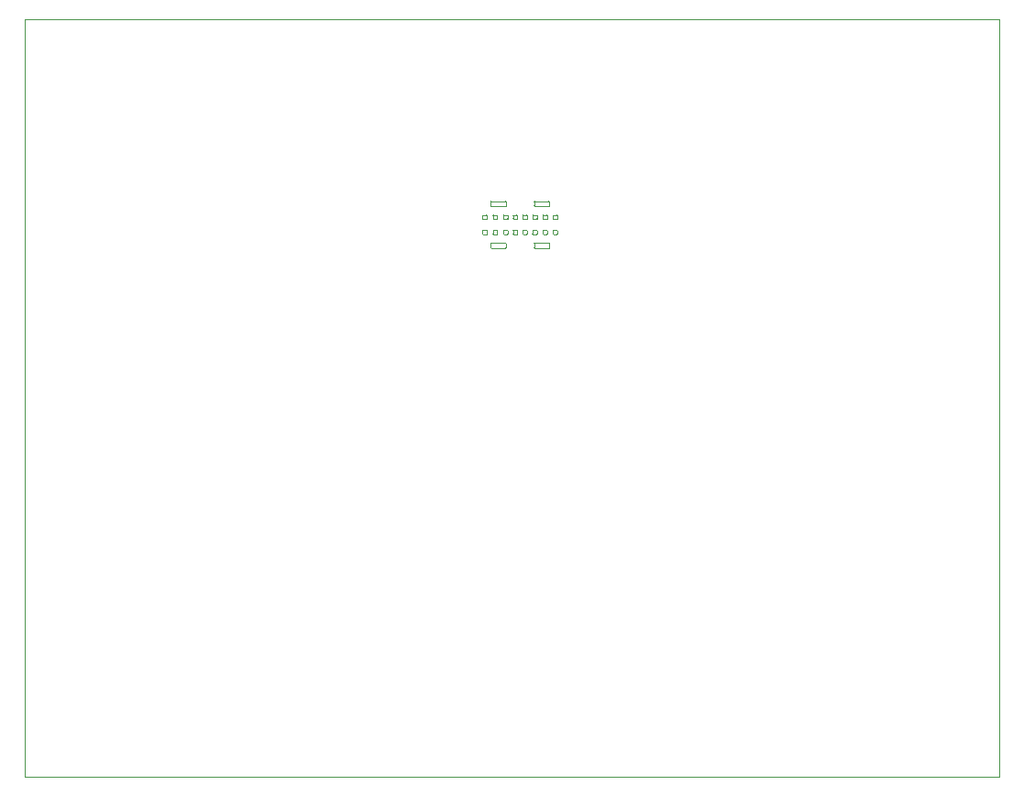
<source format=gbr>
%TF.GenerationSoftware,KiCad,Pcbnew,9.0.0*%
%TF.CreationDate,2025-03-22T00:06:51+01:00*%
%TF.ProjectId,steering_wheel_unit,73746565-7269-46e6-975f-776865656c5f,rev?*%
%TF.SameCoordinates,Original*%
%TF.FileFunction,Profile,NP*%
%FSLAX46Y46*%
G04 Gerber Fmt 4.6, Leading zero omitted, Abs format (unit mm)*
G04 Created by KiCad (PCBNEW 9.0.0) date 2025-03-22 00:06:51*
%MOMM*%
%LPD*%
G01*
G04 APERTURE LIST*
%TA.AperFunction,Profile*%
%ADD10C,0.050000*%
%TD*%
%TA.AperFunction,Profile*%
%ADD11C,0.010000*%
%TD*%
G04 APERTURE END LIST*
D10*
X141850000Y-76600000D02*
X231850000Y-76600000D01*
X231850000Y-146600000D01*
X141850000Y-146600000D01*
X141850000Y-76600000D01*
D11*
%TO.C,J2*%
X184150000Y-94720000D02*
X184150000Y-95020000D01*
X184150000Y-96120000D02*
X184150000Y-96420000D01*
X184200000Y-95070000D02*
X184500000Y-95070000D01*
X184200000Y-96470000D02*
X184500000Y-96470000D01*
X184500000Y-94670000D02*
X184200000Y-94670000D01*
X184500000Y-96070000D02*
X184200000Y-96070000D01*
X184550000Y-95020000D02*
X184550000Y-94720000D01*
X184550000Y-96420000D02*
X184550000Y-96120000D01*
X184900000Y-93840000D02*
X184900000Y-93440000D01*
X184900000Y-97700000D02*
X184900000Y-97300000D01*
X184950000Y-93390000D02*
X186250000Y-93390000D01*
X184950000Y-97250000D02*
X186250000Y-97250000D01*
X185100000Y-94720000D02*
X185100000Y-95020000D01*
X185100000Y-96420000D02*
X185100000Y-96120000D01*
X185150000Y-95070000D02*
X185450000Y-95070000D01*
X185150000Y-96070000D02*
X185450000Y-96070000D01*
X185450000Y-94670000D02*
X185150000Y-94670000D01*
X185450000Y-96470000D02*
X185150000Y-96470000D01*
X185500000Y-95020000D02*
X185500000Y-94720000D01*
X185500000Y-96120000D02*
X185500000Y-96420000D01*
X186050000Y-94720000D02*
X186050000Y-95020000D01*
X186050000Y-96420000D02*
X186050000Y-96120000D01*
X186100000Y-95070000D02*
X186400000Y-95070000D01*
X186100000Y-96070000D02*
X186400000Y-96070000D01*
X186250000Y-93890000D02*
X184950000Y-93890000D01*
X186250000Y-97750000D02*
X184950000Y-97750000D01*
X186300000Y-93440000D02*
X186300000Y-93840000D01*
X186300000Y-97300000D02*
X186300000Y-97700000D01*
X186400000Y-94670000D02*
X186100000Y-94670000D01*
X186400000Y-96470000D02*
X186100000Y-96470000D01*
X186450000Y-95020000D02*
X186450000Y-94720000D01*
X186450000Y-96120000D02*
X186450000Y-96420000D01*
X186950000Y-95020000D02*
X186950000Y-94720000D01*
X186950000Y-96120000D02*
X186950000Y-96420000D01*
X187000000Y-94670000D02*
X187300000Y-94670000D01*
X187000000Y-96470000D02*
X187300000Y-96470000D01*
X187300000Y-95070000D02*
X187000000Y-95070000D01*
X187300000Y-96070000D02*
X187000000Y-96070000D01*
X187350000Y-94720000D02*
X187350000Y-95020000D01*
X187350000Y-96420000D02*
X187350000Y-96120000D01*
X187850000Y-94720000D02*
X187850000Y-95020000D01*
X187850000Y-96120000D02*
X187850000Y-96420000D01*
X187900000Y-95070000D02*
X188200000Y-95070000D01*
X187900000Y-96470000D02*
X188200000Y-96470000D01*
X188200000Y-94670000D02*
X187900000Y-94670000D01*
X188200000Y-96070000D02*
X187900000Y-96070000D01*
X188250000Y-95020000D02*
X188250000Y-94720000D01*
X188250000Y-96420000D02*
X188250000Y-96120000D01*
X188750000Y-95020000D02*
X188750000Y-94720000D01*
X188750000Y-96420000D02*
X188750000Y-96120000D01*
X188800000Y-94670000D02*
X189100000Y-94670000D01*
X188800000Y-96070000D02*
X189100000Y-96070000D01*
X188900000Y-93440000D02*
X188900000Y-93840000D01*
X188900000Y-97300000D02*
X188900000Y-97700000D01*
X188950000Y-93890000D02*
X190250000Y-93890000D01*
X188950000Y-97750000D02*
X190250000Y-97750000D01*
X189100000Y-95070000D02*
X188800000Y-95070000D01*
X189100000Y-96470000D02*
X188800000Y-96470000D01*
X189150000Y-94720000D02*
X189150000Y-95020000D01*
X189150000Y-96120000D02*
X189150000Y-96420000D01*
X189700000Y-94720000D02*
X189700000Y-95020000D01*
X189700000Y-96120000D02*
X189700000Y-96420000D01*
X189750000Y-95070000D02*
X190050000Y-95070000D01*
X189750000Y-96470000D02*
X190050000Y-96470000D01*
X190050000Y-94670000D02*
X189750000Y-94670000D01*
X190050000Y-96070000D02*
X189750000Y-96070000D01*
X190100000Y-95020000D02*
X190100000Y-94720000D01*
X190100000Y-96420000D02*
X190100000Y-96120000D01*
X190250000Y-93390000D02*
X188950000Y-93390000D01*
X190250000Y-97250000D02*
X188950000Y-97250000D01*
X190300000Y-93840000D02*
X190300000Y-93440000D01*
X190300000Y-97700000D02*
X190300000Y-97300000D01*
X190650000Y-94720000D02*
X190650000Y-95020000D01*
X190650000Y-96120000D02*
X190650000Y-96420000D01*
X190700000Y-95070000D02*
X191000000Y-95070000D01*
X190700000Y-96470000D02*
X191000000Y-96470000D01*
X191000000Y-94670000D02*
X190700000Y-94670000D01*
X191000000Y-96070000D02*
X190700000Y-96070000D01*
X191050000Y-95020000D02*
X191050000Y-94720000D01*
X191050000Y-96420000D02*
X191050000Y-96120000D01*
X184150000Y-94720000D02*
G75*
G02*
X184200000Y-94670000I50000J0D01*
G01*
X184150000Y-96120000D02*
G75*
G02*
X184200000Y-96070000I50000J0D01*
G01*
X184200000Y-95070000D02*
G75*
G02*
X184150000Y-95020000I0J50000D01*
G01*
X184200000Y-96470000D02*
G75*
G02*
X184150000Y-96420000I0J50000D01*
G01*
X184500000Y-94670000D02*
G75*
G02*
X184550000Y-94720000I0J-50000D01*
G01*
X184500000Y-96070000D02*
G75*
G02*
X184550000Y-96120000I0J-50000D01*
G01*
X184550000Y-95020000D02*
G75*
G02*
X184500000Y-95070000I-50000J0D01*
G01*
X184550000Y-96420000D02*
G75*
G02*
X184500000Y-96470000I-50000J0D01*
G01*
X184900000Y-93440000D02*
G75*
G02*
X184950000Y-93390000I50000J0D01*
G01*
X184900000Y-97300000D02*
G75*
G02*
X184950000Y-97250000I50000J0D01*
G01*
X184950000Y-93890000D02*
G75*
G02*
X184900000Y-93840000I0J50000D01*
G01*
X184950000Y-97750000D02*
G75*
G02*
X184900000Y-97700000I0J50000D01*
G01*
X185100000Y-94720000D02*
G75*
G02*
X185150000Y-94670000I50000J0D01*
G01*
X185100000Y-96120000D02*
G75*
G02*
X185150000Y-96070000I50000J0D01*
G01*
X185150000Y-95070000D02*
G75*
G02*
X185100000Y-95020000I0J50000D01*
G01*
X185150000Y-96470000D02*
G75*
G02*
X185100000Y-96420000I0J50000D01*
G01*
X185450000Y-94670000D02*
G75*
G02*
X185500000Y-94720000I0J-50000D01*
G01*
X185450000Y-96070000D02*
G75*
G02*
X185500000Y-96120000I0J-50000D01*
G01*
X185500000Y-95020000D02*
G75*
G02*
X185450000Y-95070000I-50000J0D01*
G01*
X185500000Y-96420000D02*
G75*
G02*
X185450000Y-96470000I-50000J0D01*
G01*
X186050000Y-94720000D02*
G75*
G02*
X186100000Y-94670000I50000J0D01*
G01*
X186050000Y-96120000D02*
G75*
G02*
X186100000Y-96070000I50000J0D01*
G01*
X186100000Y-95070000D02*
G75*
G02*
X186050000Y-95020000I0J50000D01*
G01*
X186100000Y-96470000D02*
G75*
G02*
X186050000Y-96420000I0J50000D01*
G01*
X186250000Y-93390000D02*
G75*
G02*
X186300000Y-93440000I0J-50000D01*
G01*
X186250000Y-97250000D02*
G75*
G02*
X186300000Y-97300000I0J-50000D01*
G01*
X186300000Y-93840000D02*
G75*
G02*
X186250000Y-93890000I-50000J0D01*
G01*
X186300000Y-97700000D02*
G75*
G02*
X186250000Y-97750000I-50000J0D01*
G01*
X186400000Y-94670000D02*
G75*
G02*
X186450000Y-94720000I0J-50000D01*
G01*
X186400000Y-96070000D02*
G75*
G02*
X186450000Y-96120000I0J-50000D01*
G01*
X186450000Y-95020000D02*
G75*
G02*
X186400000Y-95070000I-50000J0D01*
G01*
X186450000Y-96420000D02*
G75*
G02*
X186400000Y-96470000I-50000J0D01*
G01*
X186950000Y-94720000D02*
G75*
G02*
X187000000Y-94670000I50000J0D01*
G01*
X186950000Y-96120000D02*
G75*
G02*
X187000000Y-96070000I50000J0D01*
G01*
X187000000Y-95070000D02*
G75*
G02*
X186950000Y-95020000I0J50000D01*
G01*
X187000000Y-96470000D02*
G75*
G02*
X186950000Y-96420000I0J50000D01*
G01*
X187300000Y-94670000D02*
G75*
G02*
X187350000Y-94720000I0J-50000D01*
G01*
X187300000Y-96070000D02*
G75*
G02*
X187350000Y-96120000I0J-50000D01*
G01*
X187350000Y-95020000D02*
G75*
G02*
X187300000Y-95070000I-50000J0D01*
G01*
X187350000Y-96420000D02*
G75*
G02*
X187300000Y-96470000I-50000J0D01*
G01*
X187850000Y-94720000D02*
G75*
G02*
X187900000Y-94670000I50001J-1D01*
G01*
X187850000Y-96120000D02*
G75*
G02*
X187900000Y-96070000I50001J-1D01*
G01*
X187900000Y-95070000D02*
G75*
G02*
X187850000Y-95020000I1J50001D01*
G01*
X187900000Y-96470000D02*
G75*
G02*
X187850000Y-96420000I1J50001D01*
G01*
X188200000Y-94670000D02*
G75*
G02*
X188250000Y-94720000I-1J-50001D01*
G01*
X188200000Y-96070000D02*
G75*
G02*
X188250000Y-96120000I-1J-50001D01*
G01*
X188250000Y-95020000D02*
G75*
G02*
X188200000Y-95070000I-50001J1D01*
G01*
X188250000Y-96420000D02*
G75*
G02*
X188200000Y-96470000I-50001J1D01*
G01*
X188750000Y-94720000D02*
G75*
G02*
X188800000Y-94670000I50001J-1D01*
G01*
X188750000Y-96120000D02*
G75*
G02*
X188800000Y-96070000I50001J-1D01*
G01*
X188800000Y-95070000D02*
G75*
G02*
X188750000Y-95020000I1J50001D01*
G01*
X188800000Y-96470000D02*
G75*
G02*
X188750000Y-96420000I1J50001D01*
G01*
X188900000Y-93440000D02*
G75*
G02*
X188950000Y-93390000I50001J-1D01*
G01*
X188900000Y-97300000D02*
G75*
G02*
X188950000Y-97250000I50001J-1D01*
G01*
X188950000Y-93890000D02*
G75*
G02*
X188900000Y-93840000I1J50001D01*
G01*
X188950000Y-97750000D02*
G75*
G02*
X188900000Y-97700000I1J50001D01*
G01*
X189100000Y-94670000D02*
G75*
G02*
X189150000Y-94720000I-1J-50001D01*
G01*
X189100000Y-96070000D02*
G75*
G02*
X189150000Y-96120000I-1J-50001D01*
G01*
X189150000Y-95020000D02*
G75*
G02*
X189100000Y-95070000I-50001J1D01*
G01*
X189150000Y-96420000D02*
G75*
G02*
X189100000Y-96470000I-50001J1D01*
G01*
X189700000Y-94720000D02*
G75*
G02*
X189750000Y-94670000I50001J-1D01*
G01*
X189700000Y-96120000D02*
G75*
G02*
X189750000Y-96070000I50001J-1D01*
G01*
X189750000Y-95070000D02*
G75*
G02*
X189700000Y-95020000I1J50001D01*
G01*
X189750000Y-96470000D02*
G75*
G02*
X189700000Y-96420000I1J50001D01*
G01*
X190050000Y-94670000D02*
G75*
G02*
X190100000Y-94720000I-1J-50001D01*
G01*
X190050000Y-96070000D02*
G75*
G02*
X190100000Y-96120000I-1J-50001D01*
G01*
X190100000Y-95020000D02*
G75*
G02*
X190050000Y-95070000I-50001J1D01*
G01*
X190100000Y-96420000D02*
G75*
G02*
X190050000Y-96470000I-50001J1D01*
G01*
X190250000Y-93390000D02*
G75*
G02*
X190300000Y-93440000I-1J-50001D01*
G01*
X190250000Y-97250000D02*
G75*
G02*
X190300000Y-97300000I-1J-50001D01*
G01*
X190300000Y-93840000D02*
G75*
G02*
X190250000Y-93890000I-50001J1D01*
G01*
X190300000Y-97700000D02*
G75*
G02*
X190250000Y-97750000I-50001J1D01*
G01*
X190650000Y-94720000D02*
G75*
G02*
X190700000Y-94670000I50001J-1D01*
G01*
X190650000Y-96120000D02*
G75*
G02*
X190700000Y-96070000I50001J-1D01*
G01*
X190700000Y-95070000D02*
G75*
G02*
X190650000Y-95020000I1J50001D01*
G01*
X190700000Y-96470000D02*
G75*
G02*
X190650000Y-96420000I1J50001D01*
G01*
X191000000Y-94670000D02*
G75*
G02*
X191050000Y-94720000I-1J-50001D01*
G01*
X191000000Y-96070000D02*
G75*
G02*
X191050000Y-96120000I-1J-50001D01*
G01*
X191050000Y-95020000D02*
G75*
G02*
X191000000Y-95070000I-50001J1D01*
G01*
X191050000Y-96420000D02*
G75*
G02*
X191000000Y-96470000I-50001J1D01*
G01*
%TD*%
M02*

</source>
